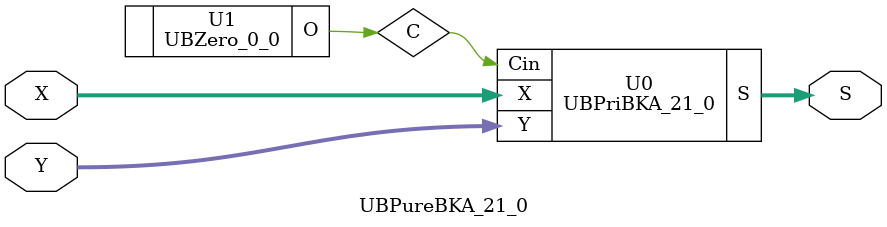
<source format=v>
/*----------------------------------------------------------------------------
  Copyright (c) 2021 Homma laboratory. All rights reserved.

  Top module: UBBKA_21_0_21_0

  Operand-1 length: 22
  Operand-2 length: 22
  Two-operand addition algorithm: Brent-Kung adder
----------------------------------------------------------------------------*/

module GPGenerator(Go, Po, A, B);
  output Go;
  output Po;
  input A;
  input B;
  assign Go = A & B;
  assign Po = A ^ B;
endmodule

module CarryOperator(Go, Po, Gi1, Pi1, Gi2, Pi2);
  output Go;
  output Po;
  input Gi1;
  input Gi2;
  input Pi1;
  input Pi2;
  assign Go = Gi1 | ( Gi2 & Pi1 );
  assign Po = Pi1 & Pi2;
endmodule

module UBPriBKA_21_0(S, X, Y, Cin);
  output [22:0] S;
  input Cin;
  input [21:0] X;
  input [21:0] Y;
  wire [21:0] G0;
  wire [21:0] G1;
  wire [21:0] G2;
  wire [21:0] G3;
  wire [21:0] G4;
  wire [21:0] G5;
  wire [21:0] G6;
  wire [21:0] G7;
  wire [21:0] G8;
  wire [21:0] P0;
  wire [21:0] P1;
  wire [21:0] P2;
  wire [21:0] P3;
  wire [21:0] P4;
  wire [21:0] P5;
  wire [21:0] P6;
  wire [21:0] P7;
  wire [21:0] P8;
  assign P1[0] = P0[0];
  assign G1[0] = G0[0];
  assign P1[2] = P0[2];
  assign G1[2] = G0[2];
  assign P1[4] = P0[4];
  assign G1[4] = G0[4];
  assign P1[6] = P0[6];
  assign G1[6] = G0[6];
  assign P1[8] = P0[8];
  assign G1[8] = G0[8];
  assign P1[10] = P0[10];
  assign G1[10] = G0[10];
  assign P1[12] = P0[12];
  assign G1[12] = G0[12];
  assign P1[14] = P0[14];
  assign G1[14] = G0[14];
  assign P1[16] = P0[16];
  assign G1[16] = G0[16];
  assign P1[18] = P0[18];
  assign G1[18] = G0[18];
  assign P1[20] = P0[20];
  assign G1[20] = G0[20];
  assign P2[0] = P1[0];
  assign G2[0] = G1[0];
  assign P2[1] = P1[1];
  assign G2[1] = G1[1];
  assign P2[2] = P1[2];
  assign G2[2] = G1[2];
  assign P2[4] = P1[4];
  assign G2[4] = G1[4];
  assign P2[5] = P1[5];
  assign G2[5] = G1[5];
  assign P2[6] = P1[6];
  assign G2[6] = G1[6];
  assign P2[8] = P1[8];
  assign G2[8] = G1[8];
  assign P2[9] = P1[9];
  assign G2[9] = G1[9];
  assign P2[10] = P1[10];
  assign G2[10] = G1[10];
  assign P2[12] = P1[12];
  assign G2[12] = G1[12];
  assign P2[13] = P1[13];
  assign G2[13] = G1[13];
  assign P2[14] = P1[14];
  assign G2[14] = G1[14];
  assign P2[16] = P1[16];
  assign G2[16] = G1[16];
  assign P2[17] = P1[17];
  assign G2[17] = G1[17];
  assign P2[18] = P1[18];
  assign G2[18] = G1[18];
  assign P2[20] = P1[20];
  assign G2[20] = G1[20];
  assign P2[21] = P1[21];
  assign G2[21] = G1[21];
  assign P3[0] = P2[0];
  assign G3[0] = G2[0];
  assign P3[1] = P2[1];
  assign G3[1] = G2[1];
  assign P3[2] = P2[2];
  assign G3[2] = G2[2];
  assign P3[3] = P2[3];
  assign G3[3] = G2[3];
  assign P3[4] = P2[4];
  assign G3[4] = G2[4];
  assign P3[5] = P2[5];
  assign G3[5] = G2[5];
  assign P3[6] = P2[6];
  assign G3[6] = G2[6];
  assign P3[8] = P2[8];
  assign G3[8] = G2[8];
  assign P3[9] = P2[9];
  assign G3[9] = G2[9];
  assign P3[10] = P2[10];
  assign G3[10] = G2[10];
  assign P3[11] = P2[11];
  assign G3[11] = G2[11];
  assign P3[12] = P2[12];
  assign G3[12] = G2[12];
  assign P3[13] = P2[13];
  assign G3[13] = G2[13];
  assign P3[14] = P2[14];
  assign G3[14] = G2[14];
  assign P3[16] = P2[16];
  assign G3[16] = G2[16];
  assign P3[17] = P2[17];
  assign G3[17] = G2[17];
  assign P3[18] = P2[18];
  assign G3[18] = G2[18];
  assign P3[19] = P2[19];
  assign G3[19] = G2[19];
  assign P3[20] = P2[20];
  assign G3[20] = G2[20];
  assign P3[21] = P2[21];
  assign G3[21] = G2[21];
  assign P4[0] = P3[0];
  assign G4[0] = G3[0];
  assign P4[1] = P3[1];
  assign G4[1] = G3[1];
  assign P4[2] = P3[2];
  assign G4[2] = G3[2];
  assign P4[3] = P3[3];
  assign G4[3] = G3[3];
  assign P4[4] = P3[4];
  assign G4[4] = G3[4];
  assign P4[5] = P3[5];
  assign G4[5] = G3[5];
  assign P4[6] = P3[6];
  assign G4[6] = G3[6];
  assign P4[7] = P3[7];
  assign G4[7] = G3[7];
  assign P4[8] = P3[8];
  assign G4[8] = G3[8];
  assign P4[9] = P3[9];
  assign G4[9] = G3[9];
  assign P4[10] = P3[10];
  assign G4[10] = G3[10];
  assign P4[11] = P3[11];
  assign G4[11] = G3[11];
  assign P4[12] = P3[12];
  assign G4[12] = G3[12];
  assign P4[13] = P3[13];
  assign G4[13] = G3[13];
  assign P4[14] = P3[14];
  assign G4[14] = G3[14];
  assign P4[16] = P3[16];
  assign G4[16] = G3[16];
  assign P4[17] = P3[17];
  assign G4[17] = G3[17];
  assign P4[18] = P3[18];
  assign G4[18] = G3[18];
  assign P4[19] = P3[19];
  assign G4[19] = G3[19];
  assign P4[20] = P3[20];
  assign G4[20] = G3[20];
  assign P4[21] = P3[21];
  assign G4[21] = G3[21];
  assign P5[0] = P4[0];
  assign G5[0] = G4[0];
  assign P5[1] = P4[1];
  assign G5[1] = G4[1];
  assign P5[2] = P4[2];
  assign G5[2] = G4[2];
  assign P5[3] = P4[3];
  assign G5[3] = G4[3];
  assign P5[4] = P4[4];
  assign G5[4] = G4[4];
  assign P5[5] = P4[5];
  assign G5[5] = G4[5];
  assign P5[6] = P4[6];
  assign G5[6] = G4[6];
  assign P5[7] = P4[7];
  assign G5[7] = G4[7];
  assign P5[8] = P4[8];
  assign G5[8] = G4[8];
  assign P5[9] = P4[9];
  assign G5[9] = G4[9];
  assign P5[10] = P4[10];
  assign G5[10] = G4[10];
  assign P5[11] = P4[11];
  assign G5[11] = G4[11];
  assign P5[12] = P4[12];
  assign G5[12] = G4[12];
  assign P5[13] = P4[13];
  assign G5[13] = G4[13];
  assign P5[14] = P4[14];
  assign G5[14] = G4[14];
  assign P5[15] = P4[15];
  assign G5[15] = G4[15];
  assign P5[16] = P4[16];
  assign G5[16] = G4[16];
  assign P5[17] = P4[17];
  assign G5[17] = G4[17];
  assign P5[18] = P4[18];
  assign G5[18] = G4[18];
  assign P5[19] = P4[19];
  assign G5[19] = G4[19];
  assign P5[20] = P4[20];
  assign G5[20] = G4[20];
  assign P5[21] = P4[21];
  assign G5[21] = G4[21];
  assign P6[0] = P5[0];
  assign G6[0] = G5[0];
  assign P6[1] = P5[1];
  assign G6[1] = G5[1];
  assign P6[2] = P5[2];
  assign G6[2] = G5[2];
  assign P6[3] = P5[3];
  assign G6[3] = G5[3];
  assign P6[4] = P5[4];
  assign G6[4] = G5[4];
  assign P6[5] = P5[5];
  assign G6[5] = G5[5];
  assign P6[6] = P5[6];
  assign G6[6] = G5[6];
  assign P6[7] = P5[7];
  assign G6[7] = G5[7];
  assign P6[8] = P5[8];
  assign G6[8] = G5[8];
  assign P6[9] = P5[9];
  assign G6[9] = G5[9];
  assign P6[10] = P5[10];
  assign G6[10] = G5[10];
  assign P6[12] = P5[12];
  assign G6[12] = G5[12];
  assign P6[13] = P5[13];
  assign G6[13] = G5[13];
  assign P6[14] = P5[14];
  assign G6[14] = G5[14];
  assign P6[15] = P5[15];
  assign G6[15] = G5[15];
  assign P6[16] = P5[16];
  assign G6[16] = G5[16];
  assign P6[17] = P5[17];
  assign G6[17] = G5[17];
  assign P6[18] = P5[18];
  assign G6[18] = G5[18];
  assign P6[20] = P5[20];
  assign G6[20] = G5[20];
  assign P6[21] = P5[21];
  assign G6[21] = G5[21];
  assign P7[0] = P6[0];
  assign G7[0] = G6[0];
  assign P7[1] = P6[1];
  assign G7[1] = G6[1];
  assign P7[2] = P6[2];
  assign G7[2] = G6[2];
  assign P7[3] = P6[3];
  assign G7[3] = G6[3];
  assign P7[4] = P6[4];
  assign G7[4] = G6[4];
  assign P7[6] = P6[6];
  assign G7[6] = G6[6];
  assign P7[7] = P6[7];
  assign G7[7] = G6[7];
  assign P7[8] = P6[8];
  assign G7[8] = G6[8];
  assign P7[10] = P6[10];
  assign G7[10] = G6[10];
  assign P7[11] = P6[11];
  assign G7[11] = G6[11];
  assign P7[12] = P6[12];
  assign G7[12] = G6[12];
  assign P7[14] = P6[14];
  assign G7[14] = G6[14];
  assign P7[15] = P6[15];
  assign G7[15] = G6[15];
  assign P7[16] = P6[16];
  assign G7[16] = G6[16];
  assign P7[18] = P6[18];
  assign G7[18] = G6[18];
  assign P7[19] = P6[19];
  assign G7[19] = G6[19];
  assign P7[20] = P6[20];
  assign G7[20] = G6[20];
  assign P8[0] = P7[0];
  assign G8[0] = G7[0];
  assign P8[1] = P7[1];
  assign G8[1] = G7[1];
  assign P8[3] = P7[3];
  assign G8[3] = G7[3];
  assign P8[5] = P7[5];
  assign G8[5] = G7[5];
  assign P8[7] = P7[7];
  assign G8[7] = G7[7];
  assign P8[9] = P7[9];
  assign G8[9] = G7[9];
  assign P8[11] = P7[11];
  assign G8[11] = G7[11];
  assign P8[13] = P7[13];
  assign G8[13] = G7[13];
  assign P8[15] = P7[15];
  assign G8[15] = G7[15];
  assign P8[17] = P7[17];
  assign G8[17] = G7[17];
  assign P8[19] = P7[19];
  assign G8[19] = G7[19];
  assign P8[21] = P7[21];
  assign G8[21] = G7[21];
  assign S[0] = Cin ^ P0[0];
  assign S[1] = ( G8[0] | ( P8[0] & Cin ) ) ^ P0[1];
  assign S[2] = ( G8[1] | ( P8[1] & Cin ) ) ^ P0[2];
  assign S[3] = ( G8[2] | ( P8[2] & Cin ) ) ^ P0[3];
  assign S[4] = ( G8[3] | ( P8[3] & Cin ) ) ^ P0[4];
  assign S[5] = ( G8[4] | ( P8[4] & Cin ) ) ^ P0[5];
  assign S[6] = ( G8[5] | ( P8[5] & Cin ) ) ^ P0[6];
  assign S[7] = ( G8[6] | ( P8[6] & Cin ) ) ^ P0[7];
  assign S[8] = ( G8[7] | ( P8[7] & Cin ) ) ^ P0[8];
  assign S[9] = ( G8[8] | ( P8[8] & Cin ) ) ^ P0[9];
  assign S[10] = ( G8[9] | ( P8[9] & Cin ) ) ^ P0[10];
  assign S[11] = ( G8[10] | ( P8[10] & Cin ) ) ^ P0[11];
  assign S[12] = ( G8[11] | ( P8[11] & Cin ) ) ^ P0[12];
  assign S[13] = ( G8[12] | ( P8[12] & Cin ) ) ^ P0[13];
  assign S[14] = ( G8[13] | ( P8[13] & Cin ) ) ^ P0[14];
  assign S[15] = ( G8[14] | ( P8[14] & Cin ) ) ^ P0[15];
  assign S[16] = ( G8[15] | ( P8[15] & Cin ) ) ^ P0[16];
  assign S[17] = ( G8[16] | ( P8[16] & Cin ) ) ^ P0[17];
  assign S[18] = ( G8[17] | ( P8[17] & Cin ) ) ^ P0[18];
  assign S[19] = ( G8[18] | ( P8[18] & Cin ) ) ^ P0[19];
  assign S[20] = ( G8[19] | ( P8[19] & Cin ) ) ^ P0[20];
  assign S[21] = ( G8[20] | ( P8[20] & Cin ) ) ^ P0[21];
  assign S[22] = G8[21] | ( P8[21] & Cin );
  GPGenerator U0 (G0[0], P0[0], X[0], Y[0]);
  GPGenerator U1 (G0[1], P0[1], X[1], Y[1]);
  GPGenerator U2 (G0[2], P0[2], X[2], Y[2]);
  GPGenerator U3 (G0[3], P0[3], X[3], Y[3]);
  GPGenerator U4 (G0[4], P0[4], X[4], Y[4]);
  GPGenerator U5 (G0[5], P0[5], X[5], Y[5]);
  GPGenerator U6 (G0[6], P0[6], X[6], Y[6]);
  GPGenerator U7 (G0[7], P0[7], X[7], Y[7]);
  GPGenerator U8 (G0[8], P0[8], X[8], Y[8]);
  GPGenerator U9 (G0[9], P0[9], X[9], Y[9]);
  GPGenerator U10 (G0[10], P0[10], X[10], Y[10]);
  GPGenerator U11 (G0[11], P0[11], X[11], Y[11]);
  GPGenerator U12 (G0[12], P0[12], X[12], Y[12]);
  GPGenerator U13 (G0[13], P0[13], X[13], Y[13]);
  GPGenerator U14 (G0[14], P0[14], X[14], Y[14]);
  GPGenerator U15 (G0[15], P0[15], X[15], Y[15]);
  GPGenerator U16 (G0[16], P0[16], X[16], Y[16]);
  GPGenerator U17 (G0[17], P0[17], X[17], Y[17]);
  GPGenerator U18 (G0[18], P0[18], X[18], Y[18]);
  GPGenerator U19 (G0[19], P0[19], X[19], Y[19]);
  GPGenerator U20 (G0[20], P0[20], X[20], Y[20]);
  GPGenerator U21 (G0[21], P0[21], X[21], Y[21]);
  CarryOperator U22 (G1[1], P1[1], G0[1], P0[1], G0[0], P0[0]);
  CarryOperator U23 (G1[3], P1[3], G0[3], P0[3], G0[2], P0[2]);
  CarryOperator U24 (G1[5], P1[5], G0[5], P0[5], G0[4], P0[4]);
  CarryOperator U25 (G1[7], P1[7], G0[7], P0[7], G0[6], P0[6]);
  CarryOperator U26 (G1[9], P1[9], G0[9], P0[9], G0[8], P0[8]);
  CarryOperator U27 (G1[11], P1[11], G0[11], P0[11], G0[10], P0[10]);
  CarryOperator U28 (G1[13], P1[13], G0[13], P0[13], G0[12], P0[12]);
  CarryOperator U29 (G1[15], P1[15], G0[15], P0[15], G0[14], P0[14]);
  CarryOperator U30 (G1[17], P1[17], G0[17], P0[17], G0[16], P0[16]);
  CarryOperator U31 (G1[19], P1[19], G0[19], P0[19], G0[18], P0[18]);
  CarryOperator U32 (G1[21], P1[21], G0[21], P0[21], G0[20], P0[20]);
  CarryOperator U33 (G2[3], P2[3], G1[3], P1[3], G1[1], P1[1]);
  CarryOperator U34 (G2[7], P2[7], G1[7], P1[7], G1[5], P1[5]);
  CarryOperator U35 (G2[11], P2[11], G1[11], P1[11], G1[9], P1[9]);
  CarryOperator U36 (G2[15], P2[15], G1[15], P1[15], G1[13], P1[13]);
  CarryOperator U37 (G2[19], P2[19], G1[19], P1[19], G1[17], P1[17]);
  CarryOperator U38 (G3[7], P3[7], G2[7], P2[7], G2[3], P2[3]);
  CarryOperator U39 (G3[15], P3[15], G2[15], P2[15], G2[11], P2[11]);
  CarryOperator U40 (G4[15], P4[15], G3[15], P3[15], G3[7], P3[7]);
  CarryOperator U41 (G6[11], P6[11], G5[11], P5[11], G5[7], P5[7]);
  CarryOperator U42 (G6[19], P6[19], G5[19], P5[19], G5[15], P5[15]);
  CarryOperator U43 (G7[5], P7[5], G6[5], P6[5], G6[3], P6[3]);
  CarryOperator U44 (G7[9], P7[9], G6[9], P6[9], G6[7], P6[7]);
  CarryOperator U45 (G7[13], P7[13], G6[13], P6[13], G6[11], P6[11]);
  CarryOperator U46 (G7[17], P7[17], G6[17], P6[17], G6[15], P6[15]);
  CarryOperator U47 (G7[21], P7[21], G6[21], P6[21], G6[19], P6[19]);
  CarryOperator U48 (G8[2], P8[2], G7[2], P7[2], G7[1], P7[1]);
  CarryOperator U49 (G8[4], P8[4], G7[4], P7[4], G7[3], P7[3]);
  CarryOperator U50 (G8[6], P8[6], G7[6], P7[6], G7[5], P7[5]);
  CarryOperator U51 (G8[8], P8[8], G7[8], P7[8], G7[7], P7[7]);
  CarryOperator U52 (G8[10], P8[10], G7[10], P7[10], G7[9], P7[9]);
  CarryOperator U53 (G8[12], P8[12], G7[12], P7[12], G7[11], P7[11]);
  CarryOperator U54 (G8[14], P8[14], G7[14], P7[14], G7[13], P7[13]);
  CarryOperator U55 (G8[16], P8[16], G7[16], P7[16], G7[15], P7[15]);
  CarryOperator U56 (G8[18], P8[18], G7[18], P7[18], G7[17], P7[17]);
  CarryOperator U57 (G8[20], P8[20], G7[20], P7[20], G7[19], P7[19]);
endmodule

module UBZero_0_0(O);
  output [0:0] O;
  assign O[0] = 0;
endmodule

module UBBKA_21_0_21_0 (S, X, Y);
  output [22:0] S;
  input [21:0] X;
  input [21:0] Y;
  UBPureBKA_21_0 U0 (S[22:0], X[21:0], Y[21:0]);
endmodule

module UBPureBKA_21_0 (S, X, Y);
  output [22:0] S;
  input [21:0] X;
  input [21:0] Y;
  wire C;
  UBPriBKA_21_0 U0 (S, X, Y, C);
  UBZero_0_0 U1 (C);
endmodule


</source>
